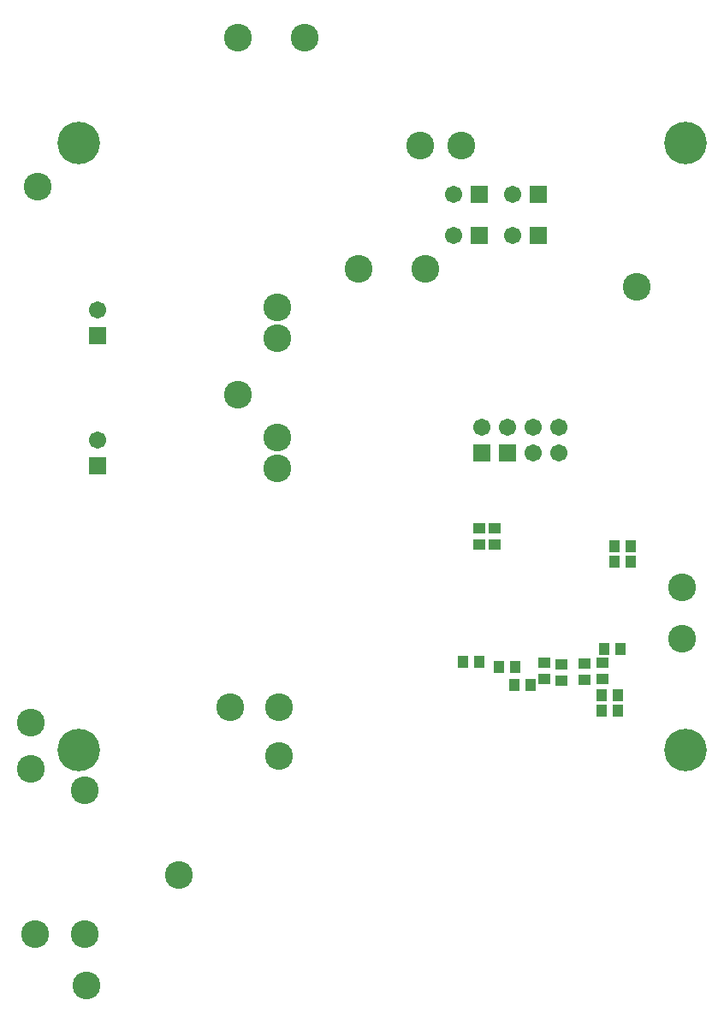
<source format=gbs>
G04*
G04 #@! TF.GenerationSoftware,Altium Limited,Altium Designer,19.1.8 (144)*
G04*
G04 Layer_Color=16711935*
%FSLAX25Y25*%
%MOIN*%
G70*
G01*
G75*
%ADD52R,0.04343X0.04737*%
%ADD57R,0.04737X0.04343*%
%ADD76C,0.10800*%
%ADD77R,0.06706X0.06706*%
%ADD78C,0.06706*%
%ADD79R,0.06706X0.06706*%
%ADD80C,0.16548*%
D52*
X222325Y158075D02*
D03*
X228625D02*
D03*
X282625Y139075D02*
D03*
X276325D02*
D03*
X276325Y145075D02*
D03*
X282625D02*
D03*
X281325Y197075D02*
D03*
X287625D02*
D03*
X283625Y163075D02*
D03*
X277325D02*
D03*
X287625Y203075D02*
D03*
X281325D02*
D03*
X242625Y156075D02*
D03*
X236325D02*
D03*
X248625Y149075D02*
D03*
X242325D02*
D03*
D57*
X234475Y203925D02*
D03*
Y210224D02*
D03*
X228475Y210224D02*
D03*
Y203925D02*
D03*
X276475Y157724D02*
D03*
Y151425D02*
D03*
X269475Y157441D02*
D03*
Y151142D02*
D03*
X253975Y151425D02*
D03*
Y157724D02*
D03*
X260475Y150776D02*
D03*
Y157075D02*
D03*
D76*
X149975Y233575D02*
D03*
Y245575D02*
D03*
Y284075D02*
D03*
Y296075D02*
D03*
X111475Y75075D02*
D03*
X207475Y311075D02*
D03*
X221475Y359075D02*
D03*
X205475D02*
D03*
X181475Y311075D02*
D03*
X289975Y304075D02*
D03*
X134475Y262075D02*
D03*
X307475Y187075D02*
D03*
Y167075D02*
D03*
X55475Y52075D02*
D03*
X150475Y140575D02*
D03*
Y121575D02*
D03*
X131475Y140575D02*
D03*
X74975Y52075D02*
D03*
X75475Y32075D02*
D03*
X74975Y108075D02*
D03*
X53975Y116575D02*
D03*
Y134575D02*
D03*
X160475Y401075D02*
D03*
X134475D02*
D03*
X56475Y343075D02*
D03*
D77*
X79975Y234575D02*
D03*
Y285075D02*
D03*
D78*
X218475Y340075D02*
D03*
Y324075D02*
D03*
X241475D02*
D03*
Y340075D02*
D03*
X259475Y249575D02*
D03*
X249475D02*
D03*
X239475D02*
D03*
X229475D02*
D03*
X259475Y239575D02*
D03*
X249475D02*
D03*
X79975Y295075D02*
D03*
Y244575D02*
D03*
D79*
X228475Y340075D02*
D03*
Y324075D02*
D03*
X251475D02*
D03*
Y340075D02*
D03*
X239475Y239575D02*
D03*
X229475D02*
D03*
D80*
X72653Y123979D02*
D03*
X308873Y360199D02*
D03*
X308873Y123979D02*
D03*
X72640Y360199D02*
D03*
M02*

</source>
